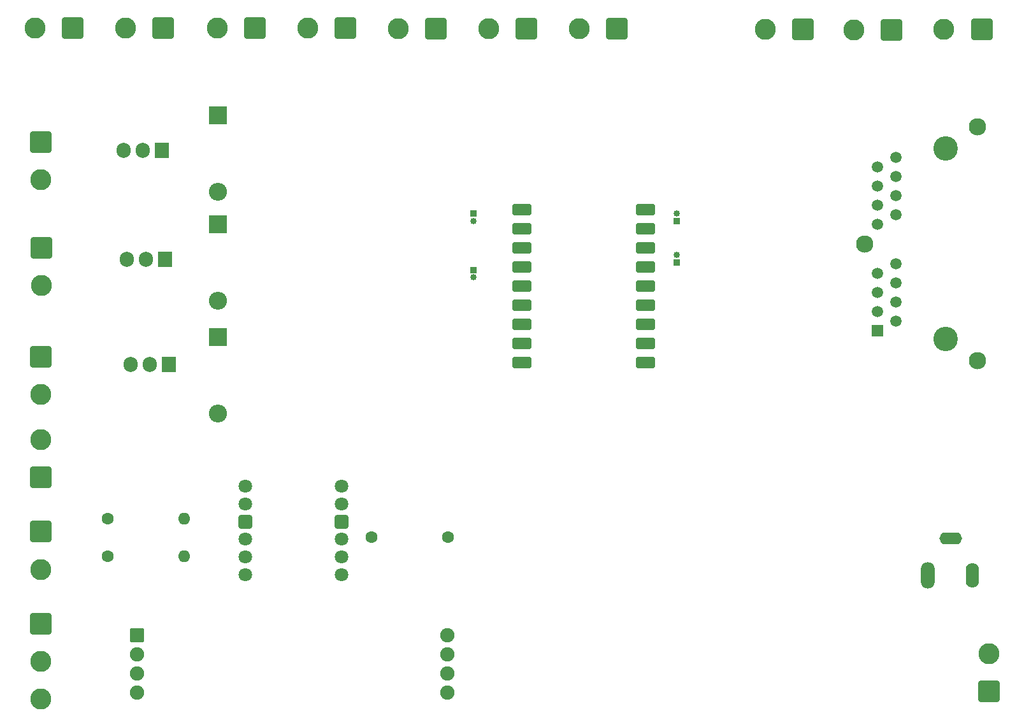
<source format=gbr>
%TF.GenerationSoftware,KiCad,Pcbnew,9.0.2*%
%TF.CreationDate,2025-05-27T21:30:05+02:00*%
%TF.ProjectId,mystery_box-v3,6d797374-6572-4795-9f62-6f782d76332e,rev?*%
%TF.SameCoordinates,Original*%
%TF.FileFunction,Soldermask,Bot*%
%TF.FilePolarity,Negative*%
%FSLAX46Y46*%
G04 Gerber Fmt 4.6, Leading zero omitted, Abs format (unit mm)*
G04 Created by KiCad (PCBNEW 9.0.2) date 2025-05-27 21:30:05*
%MOMM*%
%LPD*%
G01*
G04 APERTURE LIST*
G04 Aperture macros list*
%AMRoundRect*
0 Rectangle with rounded corners*
0 $1 Rounding radius*
0 $2 $3 $4 $5 $6 $7 $8 $9 X,Y pos of 4 corners*
0 Add a 4 corners polygon primitive as box body*
4,1,4,$2,$3,$4,$5,$6,$7,$8,$9,$2,$3,0*
0 Add four circle primitives for the rounded corners*
1,1,$1+$1,$2,$3*
1,1,$1+$1,$4,$5*
1,1,$1+$1,$6,$7*
1,1,$1+$1,$8,$9*
0 Add four rect primitives between the rounded corners*
20,1,$1+$1,$2,$3,$4,$5,0*
20,1,$1+$1,$4,$5,$6,$7,0*
20,1,$1+$1,$6,$7,$8,$9,0*
20,1,$1+$1,$8,$9,$2,$3,0*%
G04 Aperture macros list end*
%ADD10C,1.600000*%
%ADD11RoundRect,0.250001X1.149999X-1.149999X1.149999X1.149999X-1.149999X1.149999X-1.149999X-1.149999X0*%
%ADD12C,2.800000*%
%ADD13RoundRect,0.250001X-1.149999X1.149999X-1.149999X-1.149999X1.149999X-1.149999X1.149999X1.149999X0*%
%ADD14R,2.400000X2.400000*%
%ADD15O,2.400000X2.400000*%
%ADD16RoundRect,0.250001X1.149999X1.149999X-1.149999X1.149999X-1.149999X-1.149999X1.149999X-1.149999X0*%
%ADD17R,1.905000X2.000000*%
%ADD18O,1.905000X2.000000*%
%ADD19C,3.250000*%
%ADD20C,1.500000*%
%ADD21R,1.500000X1.500000*%
%ADD22C,2.300000*%
%ADD23RoundRect,0.400050X-0.899950X-0.400050X0.899950X-0.400050X0.899950X0.400050X-0.899950X0.400050X0*%
%ADD24RoundRect,0.400000X-0.900000X-0.400000X0.900000X-0.400000X0.900000X0.400000X-0.900000X0.400000X0*%
%ADD25C,1.905000*%
%ADD26RoundRect,0.250000X-0.702500X-0.702500X0.702500X-0.702500X0.702500X0.702500X-0.702500X0.702500X0*%
%ADD27R,0.850000X0.850000*%
%ADD28C,0.850000*%
%ADD29O,1.600000X1.600000*%
%ADD30O,1.854000X3.504000*%
%ADD31O,1.754000X3.304000*%
%ADD32O,3.004000X1.604000*%
%ADD33C,1.800000*%
%ADD34RoundRect,0.270000X-0.630000X-0.630000X0.630000X-0.630000X0.630000X0.630000X-0.630000X0.630000X0*%
G04 APERTURE END LIST*
D10*
%TO.C,R3*%
X136920000Y-102500000D03*
X147080000Y-102500000D03*
%TD*%
D11*
%TO.C,neopixel_pwr1
GND  12V*%
X93000000Y-94500000D03*
D12*
X93000000Y-89500000D03*
%TD*%
D13*
%TO.C,dmx_out1*%
X93000000Y-114000000D03*
D12*
X93000000Y-119000000D03*
X93000000Y-124000000D03*
%TD*%
D14*
%TO.C,D3*%
X116500000Y-46420000D03*
D15*
X116500000Y-56580000D03*
%TD*%
D16*
%TO.C,J10*%
X169500000Y-34935000D03*
D12*
X164500000Y-34935000D03*
%TD*%
D17*
%TO.C,Q3*%
X109040000Y-51055000D03*
D18*
X106500000Y-51055000D03*
X103960000Y-51055000D03*
%TD*%
D19*
%TO.C,J20*%
X213200000Y-76150000D03*
X213200000Y-50850000D03*
D20*
X206650000Y-51995000D03*
X204150000Y-53265000D03*
X206650000Y-54535000D03*
X204150000Y-55805000D03*
X206650000Y-57075000D03*
X204150000Y-58345000D03*
X206650000Y-59615000D03*
X204150000Y-60885000D03*
X206650000Y-66115000D03*
X204150000Y-67385000D03*
X206650000Y-68655000D03*
X204150000Y-69925000D03*
X206650000Y-71195000D03*
X204150000Y-72465000D03*
X206650000Y-73735000D03*
D21*
X204150000Y-75005000D03*
D22*
X217450000Y-79050000D03*
X202450000Y-63500000D03*
X217450000Y-47950000D03*
%TD*%
D16*
%TO.C,J15*%
X218000000Y-35000000D03*
D12*
X213000000Y-35000000D03*
%TD*%
D23*
%TO.C,ESP32_S3*%
X156900000Y-66580000D03*
X156900000Y-69120000D03*
X156900000Y-71660000D03*
X156900000Y-64040000D03*
X156900000Y-74200000D03*
X156900000Y-76740000D03*
X156900000Y-58960000D03*
X156900000Y-79280000D03*
X173340000Y-79280000D03*
X173340000Y-76740000D03*
X173340000Y-74200000D03*
X173340000Y-71660000D03*
D24*
X173340000Y-69120000D03*
X173340000Y-66580000D03*
X173340000Y-64040000D03*
D23*
X156900000Y-61500000D03*
D24*
X173340000Y-61500000D03*
X173340000Y-58960000D03*
%TD*%
D16*
%TO.C,J12*%
X121427400Y-34797300D03*
D12*
X116427400Y-34797300D03*
%TD*%
D16*
%TO.C,J11*%
X145500000Y-34935000D03*
D12*
X140500000Y-34935000D03*
%TD*%
D16*
%TO.C,J9*%
X109210300Y-34789700D03*
D12*
X104210300Y-34789700D03*
%TD*%
D16*
%TO.C,J13*%
X97210300Y-34789700D03*
D12*
X92210300Y-34789700D03*
%TD*%
D17*
%TO.C,Q1*%
X109540000Y-65555000D03*
D18*
X107000000Y-65555000D03*
X104460000Y-65555000D03*
%TD*%
D25*
%TO.C,U2*%
X147000000Y-123120000D03*
X147000000Y-120580000D03*
X147000000Y-118040000D03*
X147000000Y-115500000D03*
D26*
X105800000Y-115500000D03*
D25*
X105800000Y-118040000D03*
X105800000Y-120580000D03*
X105800000Y-123120000D03*
%TD*%
D16*
%TO.C,J16*%
X206000000Y-35065000D03*
D12*
X201000000Y-35065000D03*
%TD*%
D16*
%TO.C,J17*%
X194250000Y-35032500D03*
D12*
X189250000Y-35032500D03*
%TD*%
D27*
%TO.C,J1*%
X177500000Y-65960000D03*
D28*
X177500000Y-64960000D03*
%TD*%
D10*
%TO.C,R2*%
X101920000Y-105000000D03*
D29*
X112080000Y-105000000D03*
%TD*%
D11*
%TO.C,12v_input_terminal1*%
X219000000Y-123000000D03*
D12*
X219000000Y-118000000D03*
%TD*%
D16*
%TO.C,J14*%
X157500000Y-34935000D03*
D12*
X152500000Y-34935000D03*
%TD*%
D13*
%TO.C,neopixel_out1*%
X93000000Y-101750000D03*
D12*
X93000000Y-106750000D03*
%TD*%
D30*
%TO.C,J18*%
X210812500Y-107550000D03*
D31*
X216812500Y-107550000D03*
D32*
X213912500Y-102650000D03*
%TD*%
D27*
%TO.C,J3*%
X177500000Y-60500000D03*
D28*
X177500000Y-59500000D03*
%TD*%
D14*
%TO.C,D1*%
X116500000Y-60920000D03*
D15*
X116500000Y-71080000D03*
%TD*%
D13*
%TO.C,switched_output_02*%
X93032500Y-64000000D03*
D12*
X93032500Y-69000000D03*
%TD*%
D13*
%TO.C,switched_output_03*%
X93000000Y-50000000D03*
D12*
X93000000Y-55000000D03*
%TD*%
D27*
%TO.C,J4*%
X150500000Y-59500000D03*
D28*
X150500000Y-60500000D03*
%TD*%
D27*
%TO.C,J2*%
X150500000Y-66960000D03*
D28*
X150500000Y-67960000D03*
%TD*%
D16*
%TO.C,J8*%
X133427400Y-34797300D03*
D12*
X128427400Y-34797300D03*
%TD*%
D17*
%TO.C,Q2*%
X110000000Y-79555000D03*
D18*
X107460000Y-79555000D03*
X104920000Y-79555000D03*
%TD*%
D14*
%TO.C,D2*%
X116500000Y-75920000D03*
D15*
X116500000Y-86080000D03*
%TD*%
D13*
%TO.C,switched_output_01*%
X93000000Y-78500000D03*
D12*
X93000000Y-83500000D03*
%TD*%
D33*
%TO.C,U1*%
X132975000Y-107450000D03*
X132975000Y-105100000D03*
X132975000Y-102750000D03*
D34*
X132975000Y-100400000D03*
D33*
X132975000Y-98050000D03*
X132975000Y-95700000D03*
X120175000Y-107450000D03*
X120175000Y-105100000D03*
X120175000Y-102750000D03*
D34*
X120175000Y-100400000D03*
D33*
X120175000Y-98050000D03*
X120175000Y-95700000D03*
%TD*%
D10*
%TO.C,R1*%
X101920000Y-100000000D03*
D29*
X112080000Y-100000000D03*
%TD*%
M02*

</source>
